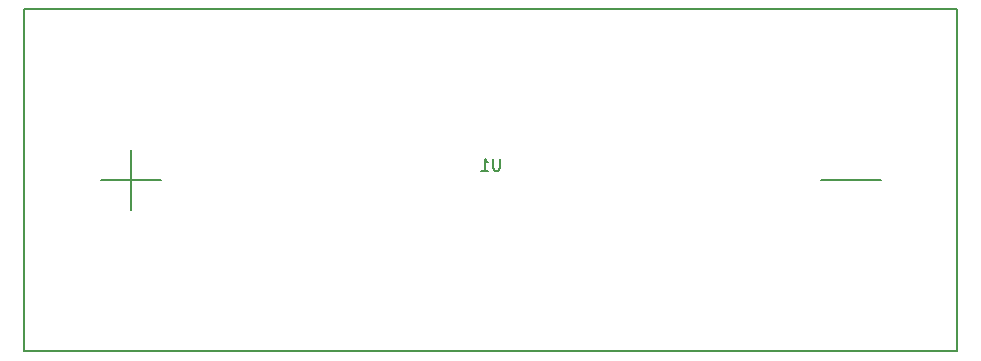
<source format=gbr>
G04 #@! TF.FileFunction,Legend,Bot*
%FSLAX46Y46*%
G04 Gerber Fmt 4.6, Leading zero omitted, Abs format (unit mm)*
G04 Created by KiCad (PCBNEW 4.0.4+e1-6308~48~ubuntu14.04.1-stable) date Sun Nov 27 15:19:37 2016*
%MOMM*%
%LPD*%
G01*
G04 APERTURE LIST*
%ADD10C,0.100000*%
%ADD11C,0.150000*%
G04 APERTURE END LIST*
D10*
D11*
X173990000Y-104140000D02*
X179070000Y-104140000D01*
X113030000Y-104140000D02*
X118110000Y-104140000D01*
X115570000Y-106680000D02*
X115570000Y-101600000D01*
X106550000Y-89640000D02*
X106550000Y-118640000D01*
X185550000Y-89640000D02*
X106550000Y-89640000D01*
X185550000Y-118640000D02*
X185550000Y-89640000D01*
X106550000Y-118640000D02*
X185550000Y-118640000D01*
X146811905Y-102322381D02*
X146811905Y-103131905D01*
X146764286Y-103227143D01*
X146716667Y-103274762D01*
X146621429Y-103322381D01*
X146430952Y-103322381D01*
X146335714Y-103274762D01*
X146288095Y-103227143D01*
X146240476Y-103131905D01*
X146240476Y-102322381D01*
X145240476Y-103322381D02*
X145811905Y-103322381D01*
X145526191Y-103322381D02*
X145526191Y-102322381D01*
X145621429Y-102465238D01*
X145716667Y-102560476D01*
X145811905Y-102608095D01*
M02*

</source>
